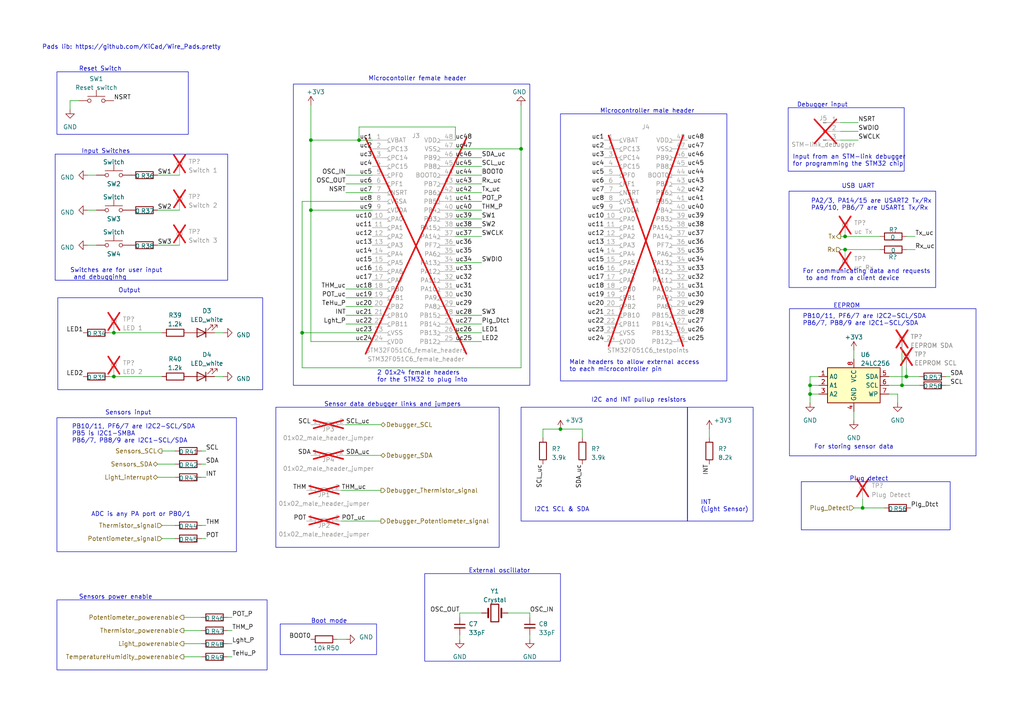
<source format=kicad_sch>
(kicad_sch (version 20230121) (generator eeschema)
  (paper "A4")
  (title_block (title "Microcontoller subsystem") (date "2023-03-11") (rev "v0.9") (company "UCT") (comment 1 "Author: Cameron Clark") (comment 2 "Interfaces with power, sensors, usb, user inputs and output") (comment 3 "Details the interfacing between the microcontroller and the rest of the board"))
  (junction (at 245.11 72.39))
  (junction (at 33.02 109.22))
  (junction (at 151.13 43.18))
  (junction (at 262.89 109.22))
  (junction (at 90.17 40.64))
  (junction (at 104.14 40.64))
  (junction (at 87.63 96.52))
  (junction (at 261.62 111.76))
  (junction (at 234.95 111.76))
  (junction (at 234.95 114.3))
  (junction (at 90.17 60.96))
  (junction (at 245.11 68.58))
  (junction (at 33.02 96.52))
  (junction (at 162.56 124.46))
  (junction (at 250.19 147.32))
  (wire (pts (xy 237.49 114.3) (xy 234.95 114.3)))
  (wire (pts (xy 100.33 132.08) (xy 110.49 132.08)))
  (wire (pts (xy 67.31 190.5) (xy 66.04 190.5)))
  (wire (pts (xy 100.33 88.9) (xy 107.95 88.9)))
  (wire (pts (xy 261.62 101.6) (xy 261.62 111.76)))
  (wire (pts (xy 46.99 152.4) (xy 50.8 152.4)))
  (wire (pts (xy 151.13 30.48) (xy 151.13 43.18)))
  (wire (pts (xy 257.81 111.76) (xy 261.62 111.76)))
  (wire (pts (xy 90.17 99.06) (xy 107.95 99.06)))
  (wire (pts (xy 99.06 151.13) (xy 110.49 151.13)))
  (wire (pts (xy 139.7 91.44) (xy 132.08 91.44)))
  (wire (pts (xy 27.94 50.8) (xy 25.4 50.8)))
  (wire (pts (xy 250.19 147.32) (xy 250.19 144.78)))
  (wire (pts (xy 132.08 40.64) (xy 132.08 36.83)))
  (wire (pts (xy 90.17 30.48) (xy 90.17 40.64)))
  (wire (pts (xy 237.49 111.76) (xy 234.95 111.76)))
  (wire (pts (xy 234.95 111.76) (xy 234.95 114.3)))
  (wire (pts (xy 62.23 109.22) (xy 64.77 109.22)))
  (wire (pts (xy 90.17 60.96) (xy 107.95 60.96)))
  (wire (pts (xy 132.08 36.83) (xy 104.14 36.83)))
  (wire (pts (xy 87.63 58.42) (xy 107.95 58.42)))
  (wire (pts (xy 243.84 35.56) (xy 248.92 35.56)))
  (wire (pts (xy 100.33 93.98) (xy 107.95 93.98)))
  (wire (pts (xy 53.34 182.88) (xy 58.42 182.88)))
  (wire (pts (xy 247.65 101.6) (xy 247.65 104.14)))
  (wire (pts (xy 245.11 68.58) (xy 255.27 68.58)))
  (wire (pts (xy 132.08 53.34) (xy 139.7 53.34)))
  (wire (pts (xy 45.72 71.12) (xy 52.07 71.12)))
  (wire (pts (xy 139.7 99.06) (xy 132.08 99.06)))
  (wire (pts (xy 139.7 63.5) (xy 132.08 63.5)))
  (wire (pts (xy 87.63 106.68) (xy 151.13 106.68)))
  (wire (pts (xy 234.95 109.22) (xy 234.95 111.76)))
  (wire (pts (xy 87.63 96.52) (xy 107.95 96.52)))
  (wire (pts (xy 45.72 60.96) (xy 52.07 60.96)))
  (wire (pts (xy 100.33 86.36) (xy 107.95 86.36)))
  (wire (pts (xy 243.84 40.64) (xy 248.92 40.64)))
  (wire (pts (xy 157.48 124.46) (xy 162.56 124.46)))
  (wire (pts (xy 67.31 179.07) (xy 66.04 179.07)))
  (wire (pts (xy 205.74 124.46) (xy 205.74 127)))
  (wire (pts (xy 262.89 68.58) (xy 265.43 68.58)))
  (wire (pts (xy 27.94 71.12) (xy 25.4 71.12)))
  (wire (pts (xy 87.63 58.42) (xy 87.63 96.52)))
  (wire (pts (xy 90.17 40.64) (xy 90.17 60.96)))
  (wire (pts (xy 262.89 109.22) (xy 266.7 109.22)))
  (wire (pts (xy 139.7 76.2) (xy 132.08 76.2)))
  (wire (pts (xy 46.99 130.81) (xy 50.8 130.81)))
  (wire (pts (xy 27.94 60.96) (xy 25.4 60.96)))
  (wire (pts (xy 90.17 60.96) (xy 90.17 99.06)))
  (wire (pts (xy 243.84 68.58) (xy 245.11 68.58)))
  (wire (pts (xy 132.08 43.18) (xy 151.13 43.18)))
  (wire (pts (xy 62.23 96.52) (xy 64.77 96.52)))
  (wire (pts (xy 262.89 72.39) (xy 265.43 72.39)))
  (wire (pts (xy 256.54 147.32) (xy 250.19 147.32)))
  (wire (pts (xy 58.42 152.4) (xy 59.69 152.4)))
  (wire (pts (xy 58.42 134.62) (xy 59.69 134.62)))
  (wire (pts (xy 261.62 111.76) (xy 266.7 111.76)))
  (wire (pts (xy 234.95 114.3) (xy 234.95 116.84)))
  (wire (pts (xy 153.67 177.8) (xy 153.67 179.07)))
  (wire (pts (xy 139.7 48.26) (xy 132.08 48.26)))
  (wire (pts (xy 46.99 109.22) (xy 33.02 109.22)))
  (wire (pts (xy 260.35 114.3) (xy 260.35 116.84)))
  (wire (pts (xy 274.32 111.76) (xy 275.59 111.76)))
  (wire (pts (xy 53.34 190.5) (xy 58.42 190.5)))
  (wire (pts (xy 147.32 177.8) (xy 153.67 177.8)))
  (wire (pts (xy 53.34 186.69) (xy 58.42 186.69)))
  (wire (pts (xy 139.7 58.42) (xy 132.08 58.42)))
  (wire (pts (xy 139.7 68.58) (xy 132.08 68.58)))
  (wire (pts (xy 58.42 156.21) (xy 59.69 156.21)))
  (wire (pts (xy 33.02 96.52) (xy 31.75 96.52)))
  (wire (pts (xy 234.95 109.22) (xy 237.49 109.22)))
  (wire (pts (xy 104.14 36.83) (xy 104.14 40.64)))
  (wire (pts (xy 257.81 114.3) (xy 260.35 114.3)))
  (wire (pts (xy 87.63 96.52) (xy 87.63 106.68)))
  (wire (pts (xy 100.33 83.82) (xy 107.95 83.82)))
  (wire (pts (xy 45.72 134.62) (xy 50.8 134.62)))
  (wire (pts (xy 133.35 184.15) (xy 133.35 185.42)))
  (wire (pts (xy 53.34 179.07) (xy 58.42 179.07)))
  (wire (pts (xy 139.7 60.96) (xy 132.08 60.96)))
  (wire (pts (xy 100.33 185.42) (xy 97.79 185.42)))
  (wire (pts (xy 100.33 55.88) (xy 107.95 55.88)))
  (wire (pts (xy 20.32 29.21) (xy 20.32 31.75)))
  (wire (pts (xy 139.7 55.88) (xy 132.08 55.88)))
  (wire (pts (xy 67.31 182.88) (xy 66.04 182.88)))
  (wire (pts (xy 139.7 177.8) (xy 133.35 177.8)))
  (wire (pts (xy 162.56 124.46) (xy 168.91 124.46)))
  (wire (pts (xy 107.95 40.64) (xy 104.14 40.64)))
  (wire (pts (xy 100.33 123.19) (xy 110.49 123.19)))
  (wire (pts (xy 275.59 109.22) (xy 274.32 109.22)))
  (wire (pts (xy 58.42 130.81) (xy 59.69 130.81)))
  (wire (pts (xy 133.35 177.8) (xy 133.35 179.07)))
  (wire (pts (xy 45.72 138.43) (xy 50.8 138.43)))
  (wire (pts (xy 46.99 156.21) (xy 50.8 156.21)))
  (wire (pts (xy 250.19 147.32) (xy 247.65 147.32)))
  (wire (pts (xy 90.17 40.64) (xy 104.14 40.64)))
  (wire (pts (xy 58.42 138.43) (xy 59.69 138.43)))
  (wire (pts (xy 139.7 93.98) (xy 132.08 93.98)))
  (wire (pts (xy 247.65 119.38) (xy 247.65 121.92)))
  (wire (pts (xy 33.02 109.22) (xy 31.75 109.22)))
  (wire (pts (xy 157.48 127) (xy 157.48 124.46)))
  (wire (pts (xy 257.81 109.22) (xy 262.89 109.22)))
  (wire (pts (xy 243.84 72.39) (xy 245.11 72.39)))
  (wire (pts (xy 245.11 72.39) (xy 255.27 72.39)))
  (wire (pts (xy 22.86 29.21) (xy 20.32 29.21)))
  (wire (pts (xy 151.13 43.18) (xy 151.13 106.68)))
  (wire (pts (xy 139.7 96.52) (xy 132.08 96.52)))
  (wire (pts (xy 100.33 91.44) (xy 107.95 91.44)))
  (wire (pts (xy 67.31 186.69) (xy 66.04 186.69)))
  (wire (pts (xy 168.91 124.46) (xy 168.91 127)))
  (wire (pts (xy 132.08 45.72) (xy 139.7 45.72)))
  (wire (pts (xy 139.7 50.8) (xy 132.08 50.8)))
  (wire (pts (xy 262.89 106.68) (xy 262.89 109.22)))
  (wire (pts (xy 46.99 96.52) (xy 33.02 96.52)))
  (wire (pts (xy 153.67 184.15) (xy 153.67 185.42)))
  (wire (pts (xy 45.72 50.8) (xy 52.07 50.8)))
  (wire (pts (xy 99.06 142.24) (xy 110.49 142.24)))
  (wire (pts (xy 132.08 66.04) (xy 139.7 66.04)))
  (wire (pts (xy 243.84 38.1) (xy 248.92 38.1)))
  (wire (pts (xy 100.33 50.8) (xy 107.95 50.8)))
  (wire (pts (xy 100.33 53.34) (xy 107.95 53.34)))
  (rectangle (start 81.28 180.975) (end 109.22 189.865))
  (rectangle (start 228.854 55.4482) (end 271.399 83.3882))
  (rectangle (start 199.39 118.11) (end 218.44 151.13))
  (rectangle (start 16.51 20.828) (end 54.61 38.9636))
  (rectangle (start 85.09 24.384) (end 153.67 111.76))
  (rectangle (start 16.51 173.99) (end 77.47 194.31))
  (rectangle (start 228.6 31.242) (end 262.255 49.657))
  (rectangle (start 123.19 166.37) (end 162.56 191.77))
  (rectangle (start 16.002 44.704) (end 66.04 81.28))
  (rectangle (start 151.13 118.11) (end 199.39 151.13))
  (rectangle (start 16.51 121.158) (end 68.58 160.02))
  (rectangle (start 16.764 86.36) (end 76.2 113.03))
  (rectangle (start 232.41 139.7) (end 275.59 153.67))
  (rectangle (start 80.01 118.11) (end 144.78 158.75))
  (rectangle (start 162.56 33.02) (end 210.82 110.49))
  (rectangle (start 228.981 89.535) (end 283.083 132.207))
  (text "Input from an STM-link debugger\nfor programming the STM32 chip" (at 229.87 48.387 0) (effects (font (size 1.27 1.27)) (justify left bottom)))
  (text "Reset Switch" (at 22.86 20.828 0) (effects (font (size 1.27 1.27)) (justify left bottom)))
  (text "ADC is any PA port or PB0/1" (at 26.416 149.987 0) (effects (font (size 1.27 1.27)) (justify left bottom)))
  (text "Input Switches" (at 23.622 44.704 0) (effects (font (size 1.27 1.27)) (justify left bottom)))
  (text "I2C and INT pullup resistors" (at 171.45 116.84 0) (effects (font (size 1.27 1.27)) (justify left bottom)))
  (text "For communicating data and requests\n to and from a client device" (at 232.7656 81.5594 0) (effects (font (size 1.27 1.27)) (justify left bottom)))
  (text "Pads lib: https://github.com/KiCad/Wire_Pads.pretty" (at 12.192 14.478 0) (effects (font (size 1.27 1.27)) (justify left bottom)))
  (text "2 01x24 female headers \nfor the STM32 to plug into" (at 109.347 110.998 0) (effects (font (size 1.27 1.27)) (justify left bottom)))
  (text "PA2/3, PA14/15 are USART2 Tx/Rx\nPA9/10, PB6/7 are USART1 Tx/Rx" (at 235.204 61.1632 0) (effects (font (size 1.27 1.27)) (justify left bottom)))
  (text "External oscillator" (at 135.89 166.37 0) (effects (font (size 1.27 1.27)) (justify left bottom)))
  (text "Microcontroller male header" (at 173.99 33.02 0) (effects (font (size 1.27 1.27)) (justify left bottom)))
  (text "EEPROM" (at 241.681 89.535 0) (effects (font (size 1.27 1.27)) (justify left bottom)))
  (text "Boot mode" (at 90.17 180.975 0) (effects (font (size 1.27 1.27)) (justify left bottom)))
  (text "USB UART" (at 244.094 54.8132 0) (effects (font (size 1.27 1.27)) (justify left bottom)))
  (text "Sensors input" (at 30.48 120.523 0) (effects (font (size 1.27 1.27)) (justify left bottom)))
  (text "Microcontoller female header\n" (at 106.807 23.622 0) (effects (font (size 1.27 1.27)) (justify left bottom)))
  (text "PB10/11, PF6/7 are I2C2-SCL/SDA\nPB6/7, PB8/9 are I2C1-SCL/SDA" (at 232.791 94.615 0) (effects (font (size 1.27 1.27)) (justify left bottom)))
  (text "Male headers to allow external access \nto each microcontroller pin" (at 165.1 107.95 0) (effects (font (size 1.27 1.27)) (justify left bottom)))
  (text "Switches are for user input\n and debugginhg\n" (at 20.32 81.28 0) (effects (font (size 1.27 1.27)) (justify left bottom)))
  (text "Sensor data debugger links and jumpers" (at 93.98 118.11 0) (effects (font (size 1.27 1.27)) (justify left bottom)))
  (text "For storing sensor data" (at 236.093 130.429 0) (effects (font (size 1.27 1.27)) (justify left bottom)))
  (text "Plug detect" (at 246.38 139.7 0) (effects (font (size 1.27 1.27)) (justify left bottom)))
  (text "I2C1 SCL & SDA\n" (at 154.94 148.59 0) (effects (font (size 1.27 1.27)) (justify left bottom)))
  (text "Output" (at 34.29 85.09 0) (effects (font (size 1.27 1.27)) (justify left bottom)))
  (text "INT \n(Light Sensor)" (at 203.2 148.59 0) (effects (font (size 1.27 1.27)) (justify left bottom)))
  (text "Debugger input" (at 231.14 31.242 0) (effects (font (size 1.27 1.27)) (justify left bottom)))
  (text "PB10/11, PF6/7 are I2C2-SCL/SDA\nPB5 is I2C1-SMBA\nPB6/7, PB8/9 are I2C1-SCL/SDA" (at 20.828 128.651 0) (effects (font (size 1.27 1.27)) (justify left bottom)))
  (text "Sensors power enable" (at 22.86 173.99 0) (effects (font (size 1.27 1.27)) (justify left bottom)))
  (label "uc42" (at 132.08 55.88 0))
  (label "uc21" (at 175.26 91.44 180))
  (label "uc41" (at 199.39 58.42 0))
  (label "uc30" (at 132.08 86.36 0))
  (label "SDA" (at 275.59 109.22 0))
  (label "uc10" (at 107.95 63.5 180))
  (label "Plg_Dtct" (at 139.7 93.98 0))
  (label "SWCLK" (at 139.7 68.58 0))
  (label "uc9" (at 175.26 60.96 180))
  (label "uc3" (at 107.95 45.72 180))
  (label "TeHu_P" (at 100.33 88.9 180))
  (label "uc26" (at 199.39 96.52 0))
  (label "uc2" (at 175.26 43.18 180))
  (label "LED2" (at 24.13 109.22 180))
  (label "NSRT" (at 100.33 55.88 180))
  (label "SCL_uc" (at 139.7 48.26 0))
  (label "SDA_uc" (at 168.91 134.62 270))
  (label "uc46" (at 132.08 45.72 0))
  (label "uc14" (at 175.26 73.66 180))
  (label "uc46" (at 199.39 45.72 0))
  (label "BOOT0" (at 139.7 50.8 0))
  (label "OSC_IN" (at 153.67 177.8 0))
  (label "uc15" (at 175.26 76.2 180))
  (label "uc29" (at 132.08 88.9 0))
  (label "POT_P" (at 139.7 58.42 0))
  (label "SW3" (at 45.72 71.12 0))
  (label "uc25" (at 199.39 99.06 0))
  (label "uc43" (at 199.39 53.34 0))
  (label "uc34" (at 199.39 76.2 0))
  (label "TeHu_P" (at 67.31 190.5 0))
  (label "uc11" (at 175.26 66.04 180))
  (label "uc36" (at 132.08 71.12 0))
  (label "uc15" (at 107.95 76.2 180))
  (label "LED2" (at 139.7 99.06 0))
  (label "uc29" (at 199.39 88.9 0))
  (label "uc34" (at 132.08 76.2 0))
  (label "uc8" (at 175.26 58.42 180))
  (label "OSC_OUT" (at 133.35 177.8 180))
  (label "uc26" (at 132.08 96.52 0))
  (label "uc17" (at 175.26 81.28 180))
  (label "uc42" (at 199.39 55.88 0))
  (label "uc24" (at 107.95 99.06 180))
  (label "uc37" (at 132.08 68.58 0))
  (label "POT" (at 59.69 156.21 0))
  (label "uc31" (at 132.08 83.82 0))
  (label "uc7" (at 107.95 55.88 180))
  (label "THM" (at 88.9 142.24 180))
  (label "uc48" (at 199.39 40.64 0))
  (label "uc45" (at 132.08 48.26 0))
  (label "uc45" (at 199.39 48.26 0))
  (label "uc47" (at 199.39 43.18 0))
  (label "Lght_P" (at 100.33 93.98 180))
  (label "uc33" (at 199.39 78.74 0))
  (label "uc47" (at 132.08 43.18 0))
  (label "uc24" (at 175.26 99.06 180))
  (label "uc40" (at 199.39 60.96 0))
  (label "uc17" (at 107.95 81.28 180))
  (label "uc16" (at 107.95 78.74 180))
  (label "NSRT" (at 33.02 29.21 0))
  (label "uc32" (at 199.39 81.28 0))
  (label "uc33" (at 132.08 78.74 0))
  (label "uc35" (at 199.39 73.66 0))
  (label "uc20" (at 107.95 88.9 180))
  (label "uc11" (at 107.95 66.04 180))
  (label "uc20" (at 175.26 88.9 180))
  (label "SDA_uc" (at 100.33 132.08 0))
  (label "POT_uc" (at 99.06 151.13 0))
  (label "Tx_uc" (at 139.7 55.88 0))
  (label "uc13" (at 107.95 71.12 180))
  (label "SWDIO" (at 139.7 76.2 0))
  (label "uc23" (at 175.26 96.52 180))
  (label "THM_P" (at 139.7 60.96 0))
  (label "SDA" (at 90.17 132.08 180))
  (label "uc38" (at 199.39 66.04 0))
  (label "SCL_uc" (at 100.33 123.19 0))
  (label "OSC_IN" (at 100.33 50.8 180))
  (label "uc5" (at 107.95 50.8 180))
  (label "uc13" (at 175.26 71.12 180))
  (label "uc28" (at 132.08 91.44 0))
  (label "uc41" (at 132.08 58.42 0))
  (label "uc4" (at 107.95 48.26 180))
  (label "uc1" (at 107.95 40.64 180))
  (label "uc25" (at 132.08 99.06 0))
  (label "uc6" (at 107.95 53.34 180))
  (label "uc3" (at 175.26 45.72 180))
  (label "uc22" (at 107.95 93.98 180))
  (label "Lght_P" (at 67.31 186.69 0))
  (label "uc1" (at 175.26 40.64 180))
  (label "uc5" (at 175.26 50.8 180))
  (label "uc8" (at 107.95 58.42 180))
  (label "SCL" (at 59.69 130.81 0))
  (label "POT_P" (at 67.31 179.07 0))
  (label "uc38" (at 132.08 66.04 0))
  (label "uc32" (at 132.08 81.28 0))
  (label "Rx_uc" (at 139.7 53.34 0))
  (label "uc31" (at 199.39 83.82 0))
  (label "SW1" (at 45.72 50.8 0))
  (label "Tx_uc" (at 265.43 68.58 0))
  (label "uc48" (at 132.08 40.64 0))
  (label "uc30" (at 199.39 86.36 0))
  (label "uc6" (at 175.26 53.34 180))
  (label "uc44" (at 132.08 50.8 0))
  (label "Plg_Dtct" (at 264.16 147.32 0))
  (label "Rx_uc" (at 265.43 72.39 0))
  (label "SW3" (at 139.7 91.44 0))
  (label "SCL_uc" (at 157.48 134.62 270))
  (label "uc4" (at 175.26 48.26 180))
  (label "uc19" (at 107.95 86.36 180))
  (label "THM_uc" (at 100.33 83.82 180))
  (label "uc12" (at 175.26 68.58 180))
  (label "THM_P" (at 67.31 182.88 0))
  (label "uc36" (at 199.39 71.12 0))
  (label "uc14" (at 107.95 73.66 180))
  (label "uc39" (at 132.08 63.5 0))
  (label "uc18" (at 107.95 83.82 180))
  (label "uc23" (at 107.95 96.52 180))
  (label "OSC_OUT" (at 100.33 53.34 180))
  (label "uc40" (at 132.08 60.96 0))
  (label "uc37" (at 199.39 68.58 0))
  (label "THM_uc" (at 99.06 142.24 0))
  (label "THM" (at 59.69 152.4 0))
  (label "SW2" (at 139.7 66.04 0))
  (label "uc39" (at 199.39 63.5 0))
  (label "SWDIO" (at 248.92 38.1 0))
  (label "uc28" (at 199.39 91.44 0))
  (label "LED1" (at 139.7 96.52 0))
  (label "POT_uc" (at 100.33 86.36 180))
  (label "SDA" (at 59.69 134.62 0))
  (label "uc12" (at 107.95 68.58 180))
  (label "uc27" (at 199.39 93.98 0))
  (label "uc10" (at 175.26 63.5 180))
  (label "NSRT" (at 248.92 35.56 0))
  (label "uc19" (at 175.26 86.36 180))
  (label "BOOT0" (at 90.17 185.42 180))
  (label "uc27" (at 132.08 93.98 0))
  (label "uc2" (at 107.95 43.18 180))
  (label "SWCLK" (at 248.92 40.64 0))
  (label "POT" (at 88.9 151.13 180))
  (label "SW1" (at 139.7 63.5 0))
  (label "SCL" (at 275.59 111.76 0))
  (label "uc44" (at 199.39 50.8 0))
  (label "INT" (at 100.33 91.44 180))
  (label "SDA_uc" (at 139.7 45.72 0))
  (label "uc18" (at 175.26 83.82 180))
  (label "INT" (at 205.74 134.62 270))
  (label "uc21" (at 107.95 91.44 180))
  (label "SW2" (at 45.72 60.96 0))
  (label "SCL" (at 90.17 123.19 180))
  (label "uc22" (at 175.26 93.98 180))
  (label "uc16" (at 175.26 78.74 180))
  (label "uc7" (at 175.26 55.88 180))
  (label "uc9" (at 107.95 60.96 180))
  (label "LED1" (at 24.13 96.52 180))
  (label "uc43" (at 132.08 53.34 0))
  (label "uc35" (at 132.08 73.66 0))
  (label "INT" (at 59.69 138.43 0))
  (hierarchical_label "Rx" (shape input) (at 243.84 72.39 180))
  (hierarchical_label "Sensors_SCL" (shape output) (at 46.99 130.81 180))
  (hierarchical_label "Potentiometer_powerenable" (shape output) (at 53.34 179.07 180))
  (hierarchical_label "Light_powerenable" (shape output) (at 53.34 186.69 180))
  (hierarchical_label "Tx" (shape output) (at 243.84 68.58 180))
  (hierarchical_label "Sensors_SDA" (shape bidirectional) (at 45.72 134.62 180))
  (hierarchical_label "Debugger_SCL" (shape bidirectional) (at 110.49 123.19 0))
  (hierarchical_label "Thermistor_powerenable" (shape output) (at 53.34 182.88 180))
  (hierarchical_label "Debugger_Potentiometer_signal" (shape output) (at 110.49 151.13 0))
  (hierarchical_label "TemperatureHumidity_powerenable" (shape output) (at 53.34 190.5 180))
  (hierarchical_label "Debugger_Thermistor_signal" (shape output) (at 110.49 142.24 0))
  (hierarchical_label "Light_interrupt" (shape bidirectional) (at 45.72 138.43 180))
  (hierarchical_label "Potentiometer_signal" (shape input) (at 46.99 156.21 180))
  (hierarchical_label "Debugger_SDA" (shape bidirectional) (at 110.49 132.08 0))
  (hierarchical_label "Thermistor_signal" (shape input) (at 46.99 152.4 180))
  (hierarchical_label "Plug_Detect" (shape input) (at 247.65 147.32 180))
  (symbol (lib_id "Connector:TestPoint") (at 52.07 60.96 0) (unit 1) (in_bom no) (on_board no) (dnp yes)
    (property "Reference" "TP?" (at 54.61 57.023 0) (effects (justify left)))
    (property "Value" "Switch 2" (at 54.61 59.563 0) (effects (justify left)))
    (property "Footprint" "CustomFootprints:Testpoint" (effects hide))
    (property "Extended Part Cost" "0" (effects hide))
    (property "cost per unit" "0" (effects hide))
    (instances (project "EEE3088F_CKR" (path "" (reference "TP?") (unit 1)) (path "" (reference "TP14") (unit 1))))
  )
  (symbol (lib_id "power:GND") (at 25.4 50.8 270) (unit 1)
    (property "Reference" "#PWR031" (effects hide))
    (property "Value" "GND" (at 21.59 51.435 90) (effects (justify right)))
  )
  (symbol (lib_id "Device:R") (at 41.91 60.96 90) (unit 1)
    (property "Reference" "R37" (at 42.799 61.214 90))
    (property "Value" "0" (at 39.878 61.214 90))
    (property "Footprint" "JLCPartFootprints:R0603" (effects hide))
    (property "Extended Part Cost" "0" (effects hide))
    (property "JLC code" "C21189" (effects hide))
    (property "Part name" "0603WAF0000T5E" (effects hide))
    (property "cost per unit" "0,0010" (effects hide))
    (property "JLCPSB Part #" "C21189" (effects hide))
  )
  (symbol (lib_id "power:GND") (at 20.32 31.75 0) (unit 1)
    (property "Reference" "#PWR030" (effects hide))
    (property "Value" "GND" (at 20.32 36.83 0))
  )
  (symbol (lib_id "power:GND") (at 25.4 60.96 270) (unit 1)
    (property "Reference" "#PWR032" (effects hide))
    (property "Value" "GND" (at 21.59 61.595 90) (effects (justify right)))
  )
  (symbol (lib_id "Device:R") (at 157.48 130.81 180) (unit 1)
    (property "Reference" "R?" (at 160.02 130.175 0) (effects (justify right)))
    (property "Value" "3.9k" (at 160.02 132.715 0) (effects (justify right)))
    (property "Footprint" "JLCPartFootprints:R0402" (effects hide))
    (property "Extended Part Cost" "0" (effects hide))
    (property "JLC code" "C51721" (effects hide))
    (property "Part name" "0402WGF3901TCE" (effects hide))
    (property "cost per unit" "0,0006 " (effects hide))
    (property "JLCPSB Part #" "C51721" (effects hide))
    (instances (project "EEE3088F_CKR" (path "" (reference "R?") (unit 1)) (path "" (reference "R?") (unit 1)) (path "" (reference "R51") (unit 1))) (project "power" (path "" (reference "R?") (unit 1))))
  )
  (symbol (lib_id "Device:C_Small") (at 153.67 181.61 0) (unit 1)
    (property "Reference" "C8" (at 156.21 180.9813 0) (effects (justify left)))
    (property "Value" "33pF" (at 156.21 183.5213 0) (effects (justify left)))
    (property "Footprint" "JLCPartFootprints:C0402" (effects hide))
    (property "Extended Part Cost" "0" (effects hide))
    (property "JLC code" "C1570" (effects hide))
    (property "Part name" "0402CG300J500NT" (effects hide))
    (property "cost per unit" "0.0010" (effects hide))
    (property "JLCPSB Part #" "C1570" (effects hide))
  )
  (symbol (lib_id "Switch:SW_Push") (at 33.02 50.8 0) (unit 1)
    (property "Reference" "SW2" (at 33.02 53.34 0))
    (property "Value" "Switch" (at 33.02 46.99 0))
    (property "Footprint" "JLCPartFootprints:SW-SMD_4P-L5.1-W5.1-P3.70-LS6.5-TL-2" (effects hide))
    (property "Extended Part Cost" "0" (effects hide))
    (property "JLC code" "C318884" (effects hide))
    (property "Part name" "TS-1187A-B-A-B" (effects hide))
    (property "cost per unit" "0,0152" (effects hide))
    (property "JLCPSB Part #" "C318884" (effects hide))
  )
  (symbol (lib_id "Device:R") (at 62.23 186.69 90) (unit 1)
    (property "Reference" "R48" (at 62.992 186.944 90))
    (property "Value" "0" (at 60.198 186.944 90))
    (property "Footprint" "JLCPartFootprints:R0603" (effects hide))
    (property "Extended Part Cost" "0" (effects hide))
    (property "JLC code" "C21189" (effects hide))
    (property "Part name" "0603WAF0000T5E" (effects hide))
    (property "cost per unit" "0,0010" (effects hide))
    (property "JLCPSB Part #" "C21189" (effects hide))
  )
  (symbol (lib_id "Device:R") (at 259.08 72.39 270) (unit 1)
    (property "Reference" "R?" (at 258.953 74.549 90))
    (property "Value" "0" (at 259.08 72.644 90))
    (property "Footprint" "JLCPartFootprints:R0603" (effects hide))
    (property "Extended Part Cost" "0" (effects hide))
    (property "JLC code" "C21189" (effects hide))
    (property "Part name" "0603WAF0000T5E" (effects hide))
    (property "cost per unit" "0,0010" (effects hide))
    (property "JLCPSB Part #" "C21189" (effects hide))
    (instances (project "EEE3088F_CKR" (path "" (reference "R?") (unit 1)) (path "" (reference "R?") (unit 1)) (path "" (reference "R55") (unit 1))) (project "power" (path "" (reference "R?") (unit 1))))
  )
  (symbol (lib_id "Device:R") (at 54.61 130.81 90) (unit 1)
    (property "Reference" "R41" (at 55.499 131.064 90))
    (property "Value" "0" (at 52.578 131.064 90))
    (property "Footprint" "JLCPartFootprints:R0603" (effects hide))
    (property "Extended Part Cost" "0" (effects hide))
    (property "JLC code" "C21189" (effects hide))
    (property "Part name" "0603WAF0000T5E" (effects hide))
    (property "cost per unit" "0,0010" (effects hide))
    (property "JLCPSB Part #" "C21189" (effects hide))
  )
  (symbol (lib_id "Connector:TestPoint") (at 52.07 71.12 0) (unit 1) (in_bom no) (on_board no) (dnp yes)
    (property "Reference" "TP?" (at 54.61 67.183 0) (effects (justify left)))
    (property "Value" "Switch 3" (at 54.61 69.723 0) (effects (justify left)))
    (property "Footprint" "CustomFootprints:Testpoint" (effects hide))
    (property "Extended Part Cost" "0" (effects hide))
    (property "cost per unit" "0" (effects hide))
    (instances (project "EEE3088F_CKR" (path "" (reference "TP?") (unit 1)) (path "" (reference "TP15") (unit 1))))
  )
  (symbol (lib_id "power:GND") (at 25.4 71.12 270) (unit 1)
    (property "Reference" "#PWR033" (effects hide))
    (property "Value" "GND" (at 21.59 71.755 90) (effects (justify right)))
  )
  (symbol (lib_id "Device:Crystal") (at 143.51 177.8 0) (unit 1)
    (property "Reference" "Y1" (at 143.51 171.45 0))
    (property "Value" "Crystal" (at 143.51 173.99 0))
    (property "Footprint" "JLCPartFootprints:CRYSTAL-SMD_L11.5-W4.8-LS12.7" (effects hide))
    (property "Extended Part Cost" "0" (effects hide))
    (property "JLC code" "C12674" (effects hide))
    (property "Part name" "X49SM8MSD2SC" (effects hide))
    (property "cost per unit" "0.0864" (effects hide))
    (property "JLCPSB Part #" "C12674" (effects hide))
  )
  (symbol (lib_id "Jumper:Jumper_2_Bridged") (at 95.25 123.19 0) (unit 1) (in_bom no) (on_board no) (dnp yes)
    (property "Reference" "JP3" (at 95.25 124.46 0))
    (property "Value" "01x02_male_header_jumper" (at 95.25 127 0))
    (property "Footprint" "Connector_PinHeader_2.54mm:PinHeader_1x02_P2.54mm_Vertical" (effects hide))
    (property "Extended Part Cost" "0" (effects hide))
    (property "cost per unit" "0" (effects hide))
  )
  (symbol (lib_id "Device:R") (at 168.91 130.81 180) (unit 1)
    (property "Reference" "R?" (at 171.45 130.175 0) (effects (justify right)))
    (property "Value" "3.9k" (at 171.45 132.715 0) (effects (justify right)))
    (property "Footprint" "JLCPartFootprints:R0402" (effects hide))
    (property "Extended Part Cost" "0" (effects hide))
    (property "JLC code" "C51721" (effects hide))
    (property "Part name" "0402WGF3901TCE" (effects hide))
    (property "cost per unit" "0,0006 " (effects hide))
    (property "JLCPSB Part #" "C51721" (effects hide))
    (instances (project "EEE3088F_CKR" (path "" (reference "R?") (unit 1)) (path "" (reference "R?") (unit 1)) (path "" (reference "R52") (unit 1))) (project "power" (path "" (reference "R?") (unit 1))))
  )
  (symbol (lib_id "Connector:TestPoint") (at 250.19 144.78 0) (unit 1) (in_bom no) (on_board no) (dnp yes)
    (property "Reference" "TP?" (at 252.73 140.843 0) (effects (justify left)))
    (property "Value" "Plug Detect" (at 252.73 143.51 0) (effects (justify left)))
    (property "Footprint" "CustomFootprints:Testpoint" (effects hide))
    (property "Extended Part Cost" "0" (effects hide))
    (property "cost per unit" "0" (effects hide))
    (instances (project "EEE3088F_CKR" (path "" (reference "TP?") (unit 1)) (path "" (reference "TP18") (unit 1))))
  )
  (symbol (lib_id "Device:R") (at 54.61 134.62 90) (unit 1)
    (property "Reference" "R42" (at 55.499 134.874 90))
    (property "Value" "0" (at 52.578 134.874 90))
    (property "Footprint" "JLCPartFootprints:R0603" (effects hide))
    (property "Extended Part Cost" "0" (effects hide))
    (property "JLC code" "C21189" (effects hide))
    (property "Part name" "0603WAF0000T5E" (effects hide))
    (property "cost per unit" "0,0010" (effects hide))
    (property "JLCPSB Part #" "C21189" (effects hide))
  )
  (symbol (lib_id "power:GND") (at 260.35 116.84 0) (unit 1)
    (property "Reference" "#PWR046" (effects hide))
    (property "Value" "GND" (at 260.35 121.92 0))
  )
  (symbol (lib_id "Device:R") (at 50.8 96.52 90) (unit 1)
    (property "Reference" "R39" (at 50.8 91.44 90))
    (property "Value" "1.2k" (at 50.8 93.98 90))
    (property "Footprint" "JLCPartFootprints:R0805" (effects hide))
    (property "Extended Part Cost" "0" (effects hide))
    (property "JLC code" "C17630" (effects hide))
    (property "Part name" "0805W8F3300T5E" (effects hide))
    (property "cost per unit" "0,0016" (effects hide))
    (property "JLCPSB Part #" "C17630" (effects hide))
  )
  (symbol (lib_id "Device:R") (at 41.91 71.12 90) (unit 1)
    (property "Reference" "R38" (at 42.799 71.374 90))
    (property "Value" "0" (at 39.878 71.374 90))
    (property "Footprint" "JLCPartFootprints:R0603" (effects hide))
    (property "Extended Part Cost" "0" (effects hide))
    (property "JLC code" "C21189" (effects hide))
    (property "Part name" "0603WAF0000T5E" (effects hide))
    (property "cost per unit" "0,0010" (effects hide))
    (property "JLCPSB Part #" "C21189" (effects hide))
  )
  (symbol (lib_id "Connector:TestPoint") (at 33.02 96.52 0) (unit 1) (in_bom no) (on_board no) (dnp yes)
    (property "Reference" "TP?" (at 35.56 92.583 0) (effects (justify left)))
    (property "Value" "LED 1" (at 35.56 95.123 0) (effects (justify left)))
    (property "Footprint" "CustomFootprints:Testpoint" (effects hide))
    (property "Extended Part Cost" "0" (effects hide))
    (property "cost per unit" "0" (effects hide))
    (instances (project "EEE3088F_CKR" (path "" (reference "TP?") (unit 1)) (path "" (reference "TP11") (unit 1))))
  )
  (symbol (lib_id "Device:R") (at 62.23 190.5 90) (unit 1)
    (property "Reference" "R49" (at 62.992 190.754 90))
    (property "Value" "0" (at 60.198 190.754 90))
    (property "Footprint" "JLCPartFootprints:R0603" (effects hide))
    (property "Extended Part Cost" "0" (effects hide))
    (property "JLC code" "C21189" (effects hide))
    (property "Part name" "0603WAF0000T5E" (effects hide))
    (property "cost per unit" "0,0010" (effects hide))
    (property "JLCPSB Part #" "C21189" (effects hide))
  )
  (symbol (lib_id "Device:C_Small") (at 133.35 181.61 0) (unit 1)
    (property "Reference" "C7" (at 135.89 180.9813 0) (effects (justify left)))
    (property "Value" "33pF" (at 135.89 183.5213 0) (effects (justify left)))
    (property "Footprint" "JLCPartFootprints:C0402" (effects hide))
    (property "Extended Part Cost" "0" (effects hide))
    (property "JLC code" "C1570" (effects hide))
    (property "Part name" "0402CG300J500NT" (effects hide))
    (property "cost per unit" "0.0010" (effects hide))
    (property "JLCPSB Part #" "C1570" (effects hide))
  )
  (symbol (lib_id "Device:R") (at 259.08 68.58 270) (unit 1)
    (property "Reference" "R?" (at 259.08 66.675 90))
    (property "Value" "0" (at 258.953 68.834 90))
    (property "Footprint" "JLCPartFootprints:R0603" (effects hide))
    (property "Extended Part Cost" "0" (effects hide))
    (property "JLC code" "C21189" (effects hide))
    (property "Part name" "0603WAF0000T5E" (effects hide))
    (property "cost per unit" "0,0010" (effects hide))
    (property "JLCPSB Part #" "C21189" (effects hide))
    (instances (project "EEE3088F_CKR" (path "" (reference "R?") (unit 1)) (path "" (reference "R?") (unit 1)) (path "" (reference "R54") (unit 1))) (project "power" (path "" (reference "R?") (unit 1))))
  )
  (symbol (lib_id "power:+3V3") (at 90.17 30.48 0) (unit 1)
    (property "Reference" "#PWR036" (effects hide))
    (property "Value" "+3V3" (at 88.9 26.67 0) (effects (justify left)))
  )
  (symbol (lib_id "Memory_EEPROM:24LC256") (at 247.65 111.76 0) (unit 1)
    (property "Reference" "U6" (at 249.6059 102.87 0) (effects (justify left)))
    (property "Value" "24LC256" (at 249.6059 105.41 0) (effects (justify left)))
    (property "Footprint" "JLCPartFootprints:PDIP-8_L9.3-W6.4-P2.54-LS7.6-BL" (effects hide))
    (property "Datasheet" "http://ww1.microchip.com/downloads/en/devicedoc/21203m.pdf" (effects hide))
    (property "Extended Part Cost" "3" (effects hide))
    (property "JLC code" "C411624" (effects hide))
    (property "Part name" "24LC256" (effects hide))
    (property "cost per unit" "1.6033" (effects hide))
    (property "JLCPSB Part #" "C411624" (effects hide))
  )
  (symbol (lib_id "Device:R") (at 50.8 109.22 90) (unit 1)
    (property "Reference" "R40" (at 50.8 104.14 90))
    (property "Value" "1.2k" (at 50.8 106.68 90))
    (property "Footprint" "JLCPartFootprints:R0805" (effects hide))
    (property "Extended Part Cost" "0" (effects hide))
    (property "JLC code" "C17630" (effects hide))
    (property "Part name" "0805W8F3300T5E" (effects hide))
    (property "cost per unit" "0,0016" (effects hide))
    (property "JLCPSB Part #" "C17630" (effects hide))
  )
  (symbol (lib_id "Switch:SW_Push") (at 33.02 60.96 0) (unit 1)
    (property "Reference" "SW3" (at 33.02 63.5 0))
    (property "Value" "Switch" (at 33.02 57.15 0))
    (property "Footprint" "JLCPartFootprints:SW-SMD_4P-L5.1-W5.1-P3.70-LS6.5-TL-2" (effects hide))
    (property "Extended Part Cost" "0" (effects hide))
    (property "JLC code" "C318884" (effects hide))
    (property "Part name" "TS-1187A-B-A-B" (effects hide))
    (property "cost per unit" "0,0152" (effects hide))
    (property "JLCPSB Part #" "C318884" (effects hide))
  )
  (symbol (lib_id "Switch:SW_Push") (at 27.94 29.21 0) (unit 1)
    (property "Reference" "SW1" (at 27.94 22.86 0))
    (property "Value" "Reset switch" (at 27.94 25.4 0))
    (property "Footprint" "JLCPartFootprints:SW-SMD_4P-L5.1-W5.1-P3.70-LS6.5-TL-2" (effects hide))
    (property "Extended Part Cost" "0" (effects hide))
    (property "JLC code" "C318884" (effects hide))
    (property "Part name" "TS-1187A-B-A-B" (effects hide))
    (property "cost per unit" "0,0152" (effects hide))
    (property "JLCPSB Part #" "C318884" (effects hide))
  )
  (symbol (lib_id "Device:R") (at 54.61 138.43 90) (unit 1)
    (property "Reference" "R43" (at 55.372 138.684 90))
    (property "Value" "0" (at 52.578 138.684 90))
    (property "Footprint" "JLCPartFootprints:R0603" (effects hide))
    (property "Extended Part Cost" "0" (effects hide))
    (property "JLC code" "C21189" (effects hide))
    (property "Part name" "0603WAF0000T5E" (effects hide))
    (property "cost per unit" "0,0010" (effects hide))
    (property "JLCPSB Part #" "C21189" (effects hide))
  )
  (symbol (lib_id "Jumper:Jumper_2_Bridged") (at 95.25 132.08 0) (unit 1) (in_bom no) (on_board no) (dnp yes)
    (property "Reference" "JP4" (at 95.25 133.35 0))
    (property "Value" "01x02_male_header_jumper" (at 95.25 135.89 0))
    (property "Footprint" "Connector_PinHeader_2.54mm:PinHeader_1x02_P2.54mm_Vertical" (effects hide))
    (property "Extended Part Cost" "0" (effects hide))
    (property "cost per unit" "0" (effects hide))
  )
  (symbol (lib_id "Device:R") (at 54.61 156.21 90) (unit 1)
    (property "Reference" "R45" (at 55.372 156.464 90))
    (property "Value" "0" (at 52.578 156.464 90))
    (property "Footprint" "JLCPartFootprints:R0603" (effects hide))
    (property "Extended Part Cost" "0" (effects hide))
    (property "JLC code" "C21189" (effects hide))
    (property "Part name" "0603WAF0000T5E" (effects hide))
    (property "cost per unit" "0,0010" (effects hide))
    (property "JLCPSB Part #" "C21189" (effects hide))
  )
  (symbol (lib_id "Connector:TestPoint") (at 33.02 109.22 0) (unit 1) (in_bom no) (on_board no) (dnp yes)
    (property "Reference" "TP?" (at 35.56 105.283 0) (effects (justify left)))
    (property "Value" "LED 2" (at 35.56 107.823 0) (effects (justify left)))
    (property "Footprint" "CustomFootprints:Testpoint" (effects hide))
    (property "Extended Part Cost" "0" (effects hide))
    (property "cost per unit" "0" (effects hide))
    (instances (project "EEE3088F_CKR" (path "" (reference "TP?") (unit 1)) (path "" (reference "TP12") (unit 1))))
  )
  (symbol (lib_id "Device:R") (at 260.35 147.32 90) (unit 1)
    (property "Reference" "R56" (at 261.112 147.574 90))
    (property "Value" "0" (at 258.318 147.574 90))
    (property "Footprint" "JLCPartFootprints:R0603" (effects hide))
    (property "Extended Part Cost" "0" (effects hide))
    (property "JLC code" "C21189" (effects hide))
    (property "Part name" "0603WAF0000T5E" (effects hide))
    (property "cost per unit" "0,0010" (effects hide))
    (property "JLCPSB Part #" "C21189" (effects hide))
  )
  (symbol (lib_id "Device:R") (at 54.61 152.4 90) (unit 1)
    (property "Reference" "R44" (at 55.372 152.654 90))
    (property "Value" "0" (at 52.578 152.654 90))
    (property "Footprint" "JLCPartFootprints:R0603" (effects hide))
    (property "Extended Part Cost" "0" (effects hide))
    (property "JLC code" "C21189" (effects hide))
    (property "Part name" "0603WAF0000T5E" (effects hide))
    (property "cost per unit" "0,0010" (effects hide))
    (property "JLCPSB Part #" "C21189" (effects hide))
  )
  (symbol (lib_id "Device:R") (at 62.23 182.88 90) (unit 1)
    (property "Reference" "R47" (at 63.119 183.134 90))
    (property "Value" "0" (at 60.198 183.134 90))
    (property "Footprint" "JLCPartFootprints:R0603" (effects hide))
    (property "Extended Part Cost" "0" (effects hide))
    (property "JLC code" "C21189" (effects hide))
    (property "Part name" "0603WAF0000T5E" (effects hide))
    (property "cost per unit" "0,0010" (effects hide))
    (property "JLCPSB Part #" "C21189" (effects hide))
  )
  (symbol (lib_id "Connector:TestPoint") (at 245.11 72.39 180) (unit 1) (in_bom no) (on_board no) (dnp yes)
    (property "Reference" "TP?" (at 247.65 75.057 0) (effects (justify right)))
    (property "Value" "uc Rx" (at 247.65 77.597 0) (effects (justify right)))
    (property "Footprint" "CustomFootprints:Testpoint" (effects hide))
    (property "Extended Part Cost" "0" (effects hide))
    (property "cost per unit" "0" (effects hide))
    (instances (project "EEE3088F_CKR" (path "" (reference "TP?") (unit 1)) (path "" (reference "TP17") (unit 1))))
  )
  (symbol (lib_id "power:+3V3") (at 247.65 101.6 0) (unit 1)
    (property "Reference" "#PWR044" (effects hide))
    (property "Value" "+3V3" (at 247.65 97.79 0))
  )
  (symbol (lib_id "Device:LED") (at 58.42 96.52 180) (unit 1)
    (property "Reference" "D3" (at 60.0075 90.17 0))
    (property "Value" "LED_white" (at 60.0075 92.71 0))
    (property "Footprint" "JLCPartFootprints:LED0805-R-RD" (effects hide))
    (property "Extended Part Cost" "0" (effects hide))
    (property "JLC code" "C34499" (effects hide))
    (property "Part name" "C34499" (effects hide))
    (property "cost per unit" "0.0157" (effects hide))
    (property "JLCPSB Part #" "C34499" (effects hide))
  )
  (symbol (lib_id "Device:LED") (at 58.42 109.22 180) (unit 1)
    (property "Reference" "D4" (at 60.0075 102.87 0))
    (property "Value" "LED_white" (at 60.0075 105.41 0))
    (property "Footprint" "JLCPartFootprints:LED0805-R-RD" (effects hide))
    (property "Extended Part Cost" "0" (effects hide))
    (property "JLC code" "C34499" (effects hide))
    (property "Part name" "C34499" (effects hide))
    (property "cost per unit" "0.0157" (effects hide))
    (property "JLCPSB Part #" "C34499" (effects hide))
  )
  (symbol (lib_id "power:GND") (at 100.33 185.42 90) (unit 1)
    (property "Reference" "#PWR037" (effects hide))
    (property "Value" "GND" (at 104.14 184.785 90) (effects (justify right)))
  )
  (symbol (lib_id "Connector:TestPoint") (at 52.07 50.8 0) (unit 1) (in_bom no) (on_board no) (dnp yes)
    (property "Reference" "TP?" (at 54.61 46.863 0) (effects (justify left)))
    (property "Value" "Switch 1" (at 54.61 49.403 0) (effects (justify left)))
    (property "Footprint" "CustomFootprints:Testpoint" (effects hide))
    (property "Extended Part Cost" "0" (effects hide))
    (property "cost per unit" "0" (effects hide))
    (instances (project "EEE3088F_CKR" (path "" (reference "TP?") (unit 1)) (path "" (reference "TP13") (unit 1))))
  )
  (symbol (lib_id "Device:R") (at 27.94 109.22 90) (unit 1)
    (property "Reference" "R35" (at 28.829 109.474 90))
    (property "Value" "0" (at 25.908 109.474 90))
    (property "Footprint" "JLCPartFootprints:R0603" (effects hide))
    (property "Extended Part Cost" "0" (effects hide))
    (property "JLC code" "C21189" (effects hide))
    (property "Part name" "0603WAF0000T5E" (effects hide))
    (property "cost per unit" "0,0010" (effects hide))
    (property "JLCPSB Part #" "C21189" (effects hide))
  )
  (symbol (lib_id "Device:R") (at 62.23 179.07 90) (unit 1)
    (property "Reference" "R46" (at 63.119 179.324 90))
    (property "Value" "0" (at 60.198 179.324 90))
    (property "Footprint" "JLCPartFootprints:R0603" (effects hide))
    (property "Extended Part Cost" "0" (effects hide))
    (property "JLC code" "C21189" (effects hide))
    (property "Part name" "0603WAF0000T5E" (effects hide))
    (property "cost per unit" "0,0010" (effects hide))
    (property "JLCPSB Part #" "C21189" (effects hide))
  )
  (symbol (lib_id "Device:R") (at 27.94 96.52 90) (unit 1)
    (property "Reference" "R34" (at 28.829 96.774 90))
    (property "Value" "0" (at 25.908 96.774 90))
    (property "Footprint" "JLCPartFootprints:R0603" (effects hide))
    (property "Extended Part Cost" "0" (effects hide))
    (property "JLC code" "C21189" (effects hide))
    (property "Part name" "0603WAF0000T5E" (effects hide))
    (property "cost per unit" "0,0010" (effects hide))
    (property "JLCPSB Part #" "C21189" (effects hide))
  )
  (symbol (lib_id "Device:R") (at 270.51 111.76 90) (unit 1)
    (property "Reference" "R58" (at 271.272 112.014 90))
    (property "Value" "0" (at 268.478 112.014 90))
    (property "Footprint" "JLCPartFootprints:R0603" (effects hide))
    (property "Extended Part Cost" "0" (effects hide))
    (property "JLC code" "C21189" (effects hide))
    (property "Part name" "0603WAF0000T5E" (effects hide))
    (property "cost per unit" "0,0010" (effects hide))
    (property "JLCPSB Part #" "C21189" (effects hide))
  )
  (symbol (lib_id "Device:R") (at 270.51 109.22 90) (unit 1)
    (property "Reference" "R57" (at 271.272 109.474 90))
    (property "Value" "0" (at 268.478 109.474 90))
    (property "Footprint" "JLCPartFootprints:R0603" (effects hide))
    (property "Extended Part Cost" "0" (effects hide))
    (property "JLC code" "C21189" (effects hide))
    (property "Part name" "0603WAF0000T5E" (effects hide))
    (property "cost per unit" "0,0010" (effects hide))
    (property "JLCPSB Part #" "C21189" (effects hide))
  )
  (symbol (lib_id "EEE3088F_CKR:STM32F051C6_female_header") (at 120.65 69.85 0) (unit 1) (in_bom no) (on_board no) (dnp yes)
    (property "Reference" "J3" (at 120.65 39.37 0))
    (property "Value" "STM32F051C6_female_header" (at 120.65 104.14 0))
    (property "Footprint" "CustomFootprints:STM32F051C6_female_header" (effects hide))
    (property "Extended Part Cost" "0" (effects hide))
    (property "cost per unit" "0" (effects hide))
  )
  (symbol (lib_id "Connector:Conn_01x03_Male") (at 238.76 38.1 0) (unit 1) (in_bom no) (on_board no) (dnp yes)
    (property "Reference" "J5" (at 238.76 34.29 0))
    (property "Value" "STM-link_debugger" (at 238.76 41.91 0))
    (property "Footprint" "Connector_PinHeader_2.54mm:PinHeader_1x03_P2.54mm_Vertical" (effects hide))
    (property "Extended Part Cost" "0" (effects hide))
    (property "cost per unit" "0" (effects hide))
  )
  (symbol (lib_id "Device:R") (at 41.91 50.8 90) (unit 1)
    (property "Reference" "R36" (at 42.799 51.054 90))
    (property "Value" "0" (at 39.878 51.054 90))
    (property "Footprint" "JLCPartFootprints:R0603" (effects hide))
    (property "Extended Part Cost" "0" (effects hide))
    (property "JLC code" "C21189" (effects hide))
    (property "Part name" "0603WAF0000T5E" (effects hide))
    (property "cost per unit" "0,0010" (effects hide))
    (property "JLCPSB Part #" "C21189" (effects hide))
  )
  (symbol (lib_id "power:GND") (at 151.13 30.48 180) (unit 1)
    (property "Reference" "#PWR039" (effects hide))
    (property "Value" "GND" (at 148.59 26.67 0) (effects (justify right)))
  )
  (symbol (lib_id "Jumper:Jumper_2_Bridged") (at 93.98 151.13 0) (unit 1) (in_bom no) (on_board no) (dnp yes)
    (property "Reference" "JP2" (at 93.98 152.4 0))
    (property "Value" "01x02_male_header_jumper" (at 93.98 154.94 0))
    (property "Footprint" "Connector_PinHeader_2.54mm:PinHeader_1x02_P2.54mm_Vertical" (effects hide))
    (property "Extended Part Cost" "0" (effects hide))
    (property "cost per unit" "0" (effects hide))
  )
  (symbol (lib_id "Connector:TestPoint") (at 245.11 68.58 0) (unit 1) (in_bom no) (on_board no) (dnp yes)
    (property "Reference" "TP?" (at 247.65 64.643 0) (effects (justify left)))
    (property "Value" "uc Tx" (at 247.65 67.183 0) (effects (justify left)))
    (property "Footprint" "CustomFootprints:Testpoint" (effects hide))
    (property "Extended Part Cost" "0" (effects hide))
    (property "cost per unit" "0" (effects hide))
    (instances (project "EEE3088F_CKR" (path "" (reference "TP?") (unit 1)) (path "" (reference "TP16") (unit 1))))
  )
  (symbol (lib_id "power:GND") (at 133.35 185.42 0) (unit 1)
    (property "Reference" "#PWR038" (effects hide))
    (property "Value" "GND" (at 133.35 190.5 0))
  )
  (symbol (lib_id "Connector:TestPoint") (at 262.89 106.68 0) (unit 1) (in_bom no) (on_board no) (dnp yes)
    (property "Reference" "TP?" (at 265.176 102.743 0) (effects (justify left)))
    (property "Value" "EEPROM SCL" (at 265.176 105.283 0) (effects (justify left)))
    (property "Footprint" "CustomFootprints:Testpoint" (effects hide))
    (property "Extended Part Cost" "0" (effects hide))
    (property "cost per unit" "0" (effects hide))
    (instances (project "EEE3088F_CKR" (path "" (reference "TP?") (unit 1)) (path "" (reference "TP20") (unit 1))))
  )
  (symbol (lib_id "Connector:TestPoint") (at 261.62 101.6 0) (unit 1) (in_bom no) (on_board no) (dnp yes)
    (property "Reference" "TP?" (at 264.033 97.663 0) (effects (justify left)))
    (property "Value" "EEPROM SDA" (at 264.033 100.203 0) (effects (justify left)))
    (property "Footprint" "CustomFootprints:Testpoint" (effects hide))
    (property "Extended Part Cost" "0" (effects hide))
    (property "cost per unit" "0" (effects hide))
    (instances (project "EEE3088F_CKR" (path "" (reference "TP?") (unit 1)) (path "" (reference "TP19") (unit 1))))
  )
  (symbol (lib_id "power:GND") (at 234.95 116.84 0) (unit 1)
    (property "Reference" "#PWR043" (effects hide))
    (property "Value" "GND" (at 234.95 121.92 0))
  )
  (symbol (lib_id "power:GND") (at 247.65 121.92 0) (unit 1)
    (property "Reference" "#PWR045" (effects hide))
    (property "Value" "GND" (at 247.65 127 0))
  )
  (symbol (lib_id "power:+3V3") (at 162.56 124.46 0) (unit 1)
    (property "Reference" "#PWR041" (effects hide))
    (property "Value" "+3V3" (at 163.83 121.92 0) (effects (justify left)))
  )
  (symbol (lib_id "power:GND") (at 153.67 185.42 0) (unit 1)
    (property "Reference" "#PWR040" (effects hide))
    (property "Value" "GND" (at 153.67 190.5 0))
  )
  (symbol (lib_id "power:GND") (at 64.77 96.52 90) (unit 1)
    (property "Reference" "#PWR034" (effects hide))
    (property "Value" "GND" (at 68.58 97.155 90) (effects (justify right)))
  )
  (symbol (lib_id "Jumper:Jumper_2_Bridged") (at 93.98 142.24 0) (unit 1) (in_bom no) (on_board no) (dnp yes)
    (property "Reference" "JP1" (at 93.98 143.51 0))
    (property "Value" "01x02_male_header_jumper" (at 93.98 146.05 0))
    (property "Footprint" "Connector_PinHeader_2.54mm:PinHeader_1x02_P2.54mm_Vertical" (effects hide))
    (property "Extended Part Cost" "0" (effects hide))
    (property "cost per unit" "0" (effects hide))
  )
  (symbol (lib_id "power:GND") (at 64.77 109.22 90) (unit 1)
    (property "Reference" "#PWR035" (effects hide))
    (property "Value" "GND" (at 68.58 109.855 90) (effects (justify right)))
  )
  (symbol (lib_id "Device:R") (at 93.98 185.42 270) (unit 1)
    (property "Reference" "R50" (at 96.52 187.96 90))
    (property "Value" "10k" (at 92.71 187.96 90))
    (property "Footprint" "JLCPartFootprints:R0805" (effects hide))
    (property "Extended Part Cost" "0" (effects hide))
    (property "JLC code" "C17414" (effects hide))
    (property "Part name" "0805W8F1002T5E" (effects hide))
    (property "cost per unit" "0,0010" (effects hide))
    (property "JLCPSB Part #" "C17414" (effects hide))
  )
  (symbol (lib_id "EEE3088F_CKR:STM32F051C6_testpoints") (at 187.96 69.85 0) (unit 1) (in_bom no) (on_board no) (dnp yes)
    (property "Reference" "J4" (at 187.325 36.83 0))
    (property "Value" "STM32F051C6_testpoints" (at 187.96 101.6 0))
    (property "Footprint" "CustomFootprints:STM32F051C6_testpoints" (effects hide))
    (property "Extended Part Cost" "0" (effects hide))
    (property "cost per unit" "0" (effects hide))
  )
  (symbol (lib_id "Switch:SW_Push") (at 33.02 71.12 0) (unit 1)
    (property "Reference" "SW4" (at 33.02 73.66 0))
    (property "Value" "Switch" (at 33.02 67.31 0))
    (property "Footprint" "JLCPartFootprints:SW-SMD_4P-L5.1-W5.1-P3.70-LS6.5-TL-2" (effects hide))
    (property "Extended Part Cost" "0" (effects hide))
    (property "JLC code" "C318884" (effects hide))
    (property "Part name" "TS-1187A-B-A-B" (effects hide))
    (property "cost per unit" "0,0152" (effects hide))
    (property "JLCPSB Part #" "C318884" (effects hide))
  )
  (symbol (lib_id "Device:R") (at 205.74 130.81 180) (unit 1)
    (property "Reference" "R?" (at 208.28 130.175 0) (effects (justify right)))
    (property "Value" "8.2k" (at 208.28 132.715 0) (effects (justify right)))
    (property "Footprint" "JLCPartFootprints:R0402" (effects hide))
    (property "Extended Part Cost" "0" (effects hide))
    (property "JLC code" "C25924" (effects hide))
    (property "Part name" "0402WGF8201TCE" (effects hide))
    (property "cost per unit" "0,0005" (effects hide))
    (property "JLCPSB Part #" "C25924" (effects hide))
    (instances (project "EEE3088F_CKR" (path "" (reference "R?") (unit 1)) (path "" (reference "R?") (unit 1)) (path "" (reference "R53") (unit 1))) (project "power" (path "" (reference "R?") (unit 1))))
  )
  (symbol (lib_id "power:+3V3") (at 205.74 124.46 0) (unit 1)
    (property "Reference" "#PWR042" (effects hide))
    (property "Value" "+3V3" (at 207.01 121.92 0) (effects (justify left)))
  )
)
</source>
